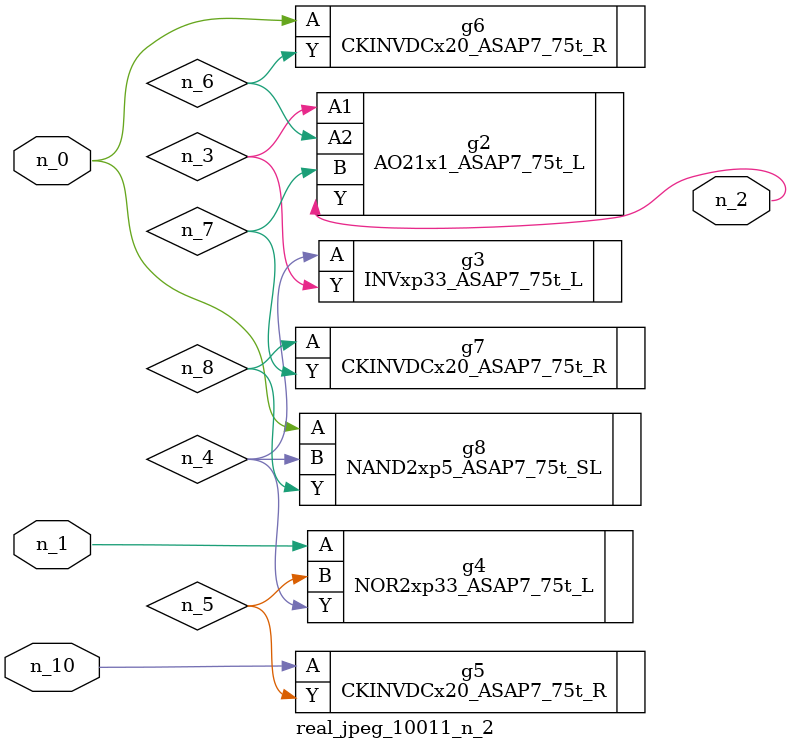
<source format=v>
module real_jpeg_10011_n_2 (n_1, n_10, n_0, n_2);

input n_1;
input n_10;
input n_0;

output n_2;

wire n_5;
wire n_4;
wire n_8;
wire n_6;
wire n_7;
wire n_3;

CKINVDCx20_ASAP7_75t_R g6 ( 
.A(n_0),
.Y(n_6)
);

NAND2xp5_ASAP7_75t_SL g8 ( 
.A(n_0),
.B(n_4),
.Y(n_8)
);

NOR2xp33_ASAP7_75t_L g4 ( 
.A(n_1),
.B(n_5),
.Y(n_4)
);

AO21x1_ASAP7_75t_L g2 ( 
.A1(n_3),
.A2(n_6),
.B(n_7),
.Y(n_2)
);

INVxp33_ASAP7_75t_L g3 ( 
.A(n_4),
.Y(n_3)
);

CKINVDCx20_ASAP7_75t_R g7 ( 
.A(n_8),
.Y(n_7)
);

CKINVDCx20_ASAP7_75t_R g5 ( 
.A(n_10),
.Y(n_5)
);


endmodule
</source>
